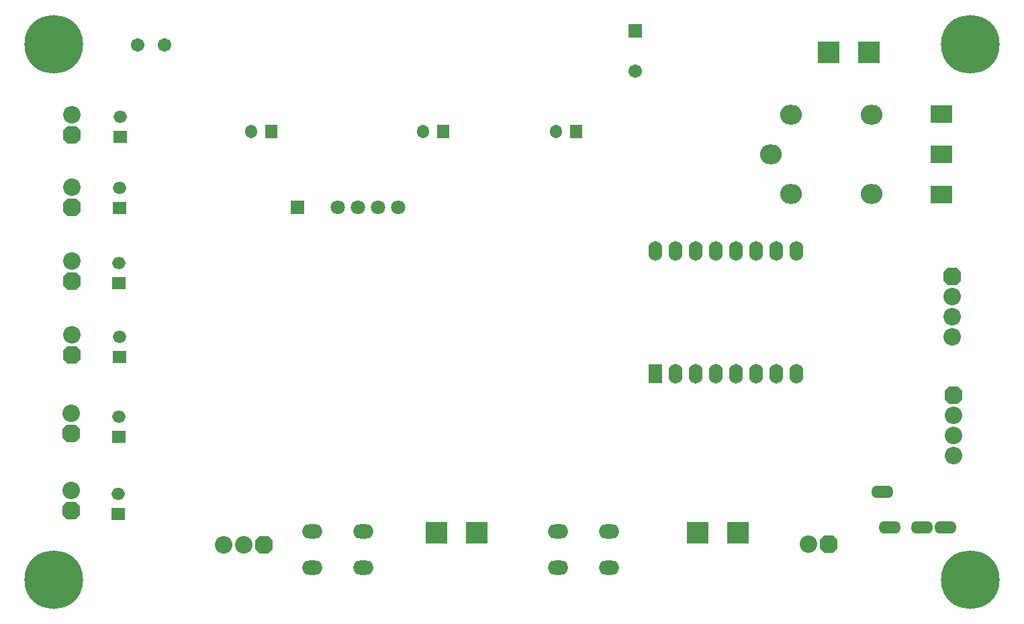
<source format=gbs>
G04*
G04 #@! TF.GenerationSoftware,Altium Limited,Altium Designer,23.11.1 (41)*
G04*
G04 Layer_Color=16711935*
%FSTAX24Y24*%
%MOIN*%
G70*
G04*
G04 #@! TF.SameCoordinates,027617FE-0855-4198-9E67-A804299B83E6*
G04*
G04*
G04 #@! TF.FilePolarity,Negative*
G04*
G01*
G75*
%ADD73R,0.1064X0.1064*%
%ADD74R,0.0671X0.0671*%
%ADD75C,0.0671*%
%ADD76O,0.0592X0.0671*%
%ADD77R,0.0592X0.0671*%
%ADD78O,0.1080X0.0980*%
%ADD79O,0.0671X0.0592*%
%ADD80R,0.0671X0.0592*%
%ADD81C,0.0867*%
G04:AMPARAMS|DCode=82|XSize=86.7mil|YSize=86.7mil|CornerRadius=0mil|HoleSize=0mil|Usage=FLASHONLY|Rotation=180.000|XOffset=0mil|YOffset=0mil|HoleType=Round|Shape=Octagon|*
%AMOCTAGOND82*
4,1,8,-0.0434,0.0217,-0.0434,-0.0217,-0.0217,-0.0434,0.0217,-0.0434,0.0434,-0.0217,0.0434,0.0217,0.0217,0.0434,-0.0217,0.0434,-0.0434,0.0217,0.0*
%
%ADD82OCTAGOND82*%

%ADD83C,0.2913*%
%ADD84R,0.0680X0.0980*%
%ADD85O,0.0680X0.0980*%
%ADD86O,0.1104X0.0631*%
%ADD87O,0.1024X0.0709*%
G04:AMPARAMS|DCode=88|XSize=86.7mil|YSize=86.7mil|CornerRadius=0mil|HoleSize=0mil|Usage=FLASHONLY|Rotation=270.000|XOffset=0mil|YOffset=0mil|HoleType=Round|Shape=Octagon|*
%AMOCTAGOND88*
4,1,8,-0.0217,-0.0434,0.0217,-0.0434,0.0434,-0.0217,0.0434,0.0217,0.0217,0.0434,-0.0217,0.0434,-0.0434,0.0217,-0.0434,-0.0217,-0.0217,-0.0434,0.0*
%
%ADD88OCTAGOND88*%

%ADD89R,0.1064X0.0867*%
%ADD90C,0.0710*%
%ADD91R,0.0710X0.0710*%
D73*
X040529Y028254D02*
D03*
X042529D02*
D03*
X036026Y00439D02*
D03*
X034026D02*
D03*
X023031D02*
D03*
X021031D02*
D03*
D74*
X030903Y029325D02*
D03*
D75*
Y027325D02*
D03*
X007559Y028604D02*
D03*
X00622D02*
D03*
D76*
X020372Y024305D02*
D03*
X011833D02*
D03*
X026988D02*
D03*
D77*
X021372D02*
D03*
X012833D02*
D03*
X027988D02*
D03*
D78*
X038646Y02516D02*
D03*
X042662Y021223D02*
D03*
X037662Y023191D02*
D03*
X042662Y02516D02*
D03*
X038646Y021223D02*
D03*
D79*
X005326Y021534D02*
D03*
X005343Y025064D02*
D03*
X005296Y010147D02*
D03*
X005265Y017802D02*
D03*
X005261Y006303D02*
D03*
X005301Y014117D02*
D03*
D80*
X005326Y020534D02*
D03*
X005343Y024064D02*
D03*
X005296Y009147D02*
D03*
X005265Y016802D02*
D03*
X005261Y005303D02*
D03*
X005301Y013117D02*
D03*
D81*
X002921Y006484D02*
D03*
X002939Y014217D02*
D03*
Y025164D02*
D03*
Y021558D02*
D03*
Y017885D02*
D03*
X046649Y016126D02*
D03*
Y015126D02*
D03*
Y014126D02*
D03*
X046697Y010205D02*
D03*
Y009205D02*
D03*
Y008205D02*
D03*
X010482Y003787D02*
D03*
X011482D02*
D03*
X039528Y003819D02*
D03*
X002917Y010316D02*
D03*
D82*
X002921Y005484D02*
D03*
X002939Y013217D02*
D03*
Y024164D02*
D03*
Y020558D02*
D03*
Y016885D02*
D03*
X046649Y017126D02*
D03*
X046697Y011205D02*
D03*
X002917Y009316D02*
D03*
D83*
X002047Y028655D02*
D03*
Y002047D02*
D03*
X047559D02*
D03*
Y028661D02*
D03*
D84*
X031922Y012276D02*
D03*
D85*
X032922D02*
D03*
X033922D02*
D03*
X034922D02*
D03*
X035922D02*
D03*
X036922D02*
D03*
X037922D02*
D03*
X038922D02*
D03*
X031922Y018376D02*
D03*
X032922D02*
D03*
X033922D02*
D03*
X034922D02*
D03*
X035922D02*
D03*
X036922D02*
D03*
X037922D02*
D03*
X038922D02*
D03*
D86*
X046316Y004655D02*
D03*
X043166Y006407D02*
D03*
X045135Y004655D02*
D03*
X04356D02*
D03*
D87*
X017402Y004449D02*
D03*
X014882Y002638D02*
D03*
Y004449D02*
D03*
X017402Y002638D02*
D03*
X027087D02*
D03*
X029606Y004449D02*
D03*
Y002638D02*
D03*
X027087Y004449D02*
D03*
D88*
X012482Y003787D02*
D03*
X040528Y003819D02*
D03*
D89*
X046113Y023201D02*
D03*
Y021201D02*
D03*
Y025201D02*
D03*
D90*
X019154Y020537D02*
D03*
X017154D02*
D03*
X016154D02*
D03*
X018154Y020537D02*
D03*
D91*
X014154Y020537D02*
D03*
M02*

</source>
